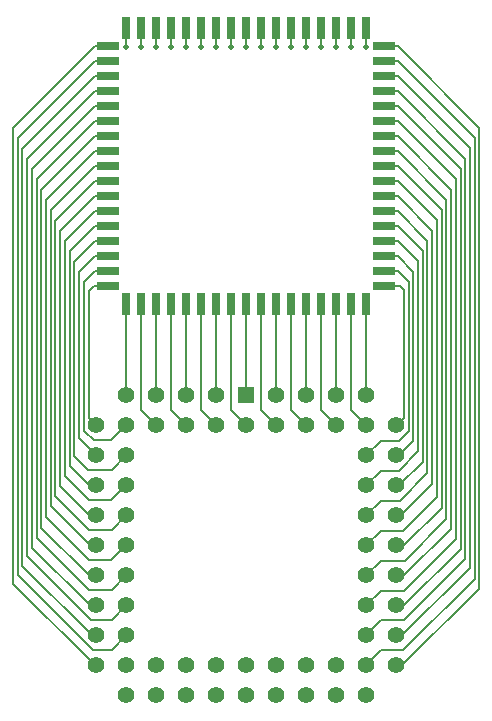
<source format=gbr>
%TF.GenerationSoftware,KiCad,Pcbnew,(5.1.6)-1*%
%TF.CreationDate,2023-06-21T17:15:11-04:00*%
%TF.ProjectId,PLCC68-to-PGA,504c4343-3638-42d7-946f-2d5047412e6b,rev?*%
%TF.SameCoordinates,Original*%
%TF.FileFunction,Copper,L2,Bot*%
%TF.FilePolarity,Positive*%
%FSLAX46Y46*%
G04 Gerber Fmt 4.6, Leading zero omitted, Abs format (unit mm)*
G04 Created by KiCad (PCBNEW (5.1.6)-1) date 2023-06-21 17:15:11*
%MOMM*%
%LPD*%
G01*
G04 APERTURE LIST*
%TA.AperFunction,SMDPad,CuDef*%
%ADD10R,0.700000X1.925000*%
%TD*%
%TA.AperFunction,SMDPad,CuDef*%
%ADD11R,1.925000X0.700000*%
%TD*%
%TA.AperFunction,ComponentPad*%
%ADD12C,1.422400*%
%TD*%
%TA.AperFunction,ComponentPad*%
%ADD13R,1.422400X1.422400*%
%TD*%
%TA.AperFunction,ViaPad*%
%ADD14C,0.500000*%
%TD*%
%TA.AperFunction,Conductor*%
%ADD15C,0.200000*%
%TD*%
G04 APERTURE END LIST*
D10*
%TO.P,U1,1*%
%TO.N,/1*%
X175889920Y-99698740D03*
%TO.P,U1,2*%
%TO.N,/2*%
X174619920Y-99698740D03*
%TO.P,U1,3*%
%TO.N,/3*%
X173349920Y-99698740D03*
%TO.P,U1,4*%
%TO.N,/4*%
X172079920Y-99698740D03*
%TO.P,U1,5*%
%TO.N,/5*%
X170809920Y-99698740D03*
%TO.P,U1,6*%
%TO.N,/6*%
X169539920Y-99698740D03*
%TO.P,U1,7*%
%TO.N,/7*%
X168269920Y-99698740D03*
%TO.P,U1,8*%
%TO.N,/8*%
X166999920Y-99698740D03*
%TO.P,U1,9*%
%TO.N,/9*%
X165729920Y-99698740D03*
%TO.P,U1,68*%
%TO.N,/68*%
X177159920Y-99698740D03*
%TO.P,U1,67*%
%TO.N,/67*%
X178429920Y-99698740D03*
%TO.P,U1,66*%
%TO.N,/66*%
X179699920Y-99698740D03*
%TO.P,U1,65*%
%TO.N,/65*%
X180969920Y-99698740D03*
%TO.P,U1,64*%
%TO.N,/64*%
X182239920Y-99698740D03*
%TO.P,U1,63*%
%TO.N,/63*%
X183509920Y-99698740D03*
%TO.P,U1,62*%
%TO.N,/62*%
X184779920Y-99698740D03*
%TO.P,U1,61*%
%TO.N,/61*%
X186049920Y-99698740D03*
D11*
%TO.P,U1,10*%
%TO.N,/10*%
X164217420Y-98186240D03*
%TO.P,U1,11*%
%TO.N,/11*%
X164217420Y-96916240D03*
%TO.P,U1,12*%
%TO.N,/12*%
X164217420Y-95646240D03*
%TO.P,U1,13*%
%TO.N,/13*%
X164217420Y-94376240D03*
%TO.P,U1,14*%
%TO.N,/14*%
X164217420Y-93106240D03*
%TO.P,U1,15*%
%TO.N,/15*%
X164217420Y-91836240D03*
%TO.P,U1,16*%
%TO.N,/16*%
X164217420Y-90566240D03*
%TO.P,U1,17*%
%TO.N,/17*%
X164217420Y-89296240D03*
%TO.P,U1,18*%
%TO.N,/18*%
X164217420Y-88026240D03*
%TO.P,U1,19*%
%TO.N,/19*%
X164217420Y-86756240D03*
%TO.P,U1,20*%
%TO.N,/20*%
X164217420Y-85486240D03*
%TO.P,U1,21*%
%TO.N,/21*%
X164217420Y-84216240D03*
%TO.P,U1,22*%
%TO.N,/22*%
X164217420Y-82946240D03*
%TO.P,U1,23*%
%TO.N,/23*%
X164217420Y-81676240D03*
%TO.P,U1,24*%
%TO.N,/24*%
X164217420Y-80406240D03*
%TO.P,U1,25*%
%TO.N,/25*%
X164217420Y-79136240D03*
%TO.P,U1,26*%
%TO.N,/26*%
X164217420Y-77866240D03*
D10*
%TO.P,U1,27*%
%TO.N,/27*%
X165729920Y-76353740D03*
%TO.P,U1,28*%
%TO.N,/28*%
X166999920Y-76353740D03*
%TO.P,U1,29*%
%TO.N,/29*%
X168269920Y-76353740D03*
%TO.P,U1,30*%
%TO.N,/30*%
X169539920Y-76353740D03*
%TO.P,U1,31*%
%TO.N,/31*%
X170809920Y-76353740D03*
%TO.P,U1,32*%
%TO.N,/32*%
X172079920Y-76353740D03*
%TO.P,U1,33*%
%TO.N,/33*%
X173349920Y-76353740D03*
%TO.P,U1,34*%
%TO.N,/34*%
X174619920Y-76353740D03*
%TO.P,U1,35*%
%TO.N,/35*%
X175889920Y-76353740D03*
%TO.P,U1,36*%
%TO.N,/36*%
X177159920Y-76353740D03*
%TO.P,U1,37*%
%TO.N,/37*%
X178429920Y-76353740D03*
%TO.P,U1,38*%
%TO.N,/38*%
X179699920Y-76353740D03*
%TO.P,U1,39*%
%TO.N,/39*%
X180969920Y-76353740D03*
%TO.P,U1,40*%
%TO.N,/40*%
X182239920Y-76353740D03*
%TO.P,U1,41*%
%TO.N,/41*%
X183509920Y-76353740D03*
%TO.P,U1,42*%
%TO.N,/42*%
X184779920Y-76353740D03*
%TO.P,U1,43*%
%TO.N,/43*%
X186049920Y-76353740D03*
D11*
%TO.P,U1,44*%
%TO.N,/44*%
X187562420Y-77866240D03*
%TO.P,U1,45*%
%TO.N,/45*%
X187562420Y-79136240D03*
%TO.P,U1,46*%
%TO.N,/46*%
X187562420Y-80406240D03*
%TO.P,U1,47*%
%TO.N,/47*%
X187562420Y-81676240D03*
%TO.P,U1,48*%
%TO.N,/48*%
X187562420Y-82946240D03*
%TO.P,U1,49*%
%TO.N,/49*%
X187562420Y-84216240D03*
%TO.P,U1,50*%
%TO.N,/50*%
X187562420Y-85486240D03*
%TO.P,U1,51*%
%TO.N,/51*%
X187562420Y-86756240D03*
%TO.P,U1,52*%
%TO.N,/52*%
X187562420Y-88026240D03*
%TO.P,U1,53*%
%TO.N,/53*%
X187562420Y-89296240D03*
%TO.P,U1,54*%
%TO.N,/54*%
X187562420Y-90566240D03*
%TO.P,U1,55*%
%TO.N,/55*%
X187562420Y-91836240D03*
%TO.P,U1,56*%
%TO.N,/56*%
X187562420Y-93106240D03*
%TO.P,U1,57*%
%TO.N,/57*%
X187562420Y-94376240D03*
%TO.P,U1,58*%
%TO.N,/58*%
X187562420Y-95646240D03*
%TO.P,U1,59*%
%TO.N,/59*%
X187562420Y-96916240D03*
%TO.P,U1,60*%
%TO.N,/60*%
X187562420Y-98186240D03*
%TD*%
D12*
%TO.P,U2,2*%
%TO.N,/2*%
X175900080Y-109961680D03*
%TO.P,U2,4*%
%TO.N,/4*%
X173360080Y-109961680D03*
%TO.P,U2,6*%
%TO.N,/6*%
X170820080Y-109961680D03*
%TO.P,U2,8*%
%TO.N,/8*%
X168280080Y-109961680D03*
%TO.P,U2,68*%
%TO.N,/68*%
X178440080Y-109961680D03*
%TO.P,U2,66*%
%TO.N,/66*%
X180980080Y-109961680D03*
%TO.P,U2,64*%
%TO.N,/64*%
X183520080Y-109961680D03*
%TO.P,U2,62*%
%TO.N,/62*%
X186060080Y-109961680D03*
D13*
%TO.P,U2,1*%
%TO.N,/1*%
X175900080Y-107421680D03*
D12*
%TO.P,U2,3*%
%TO.N,/3*%
X173360080Y-107421680D03*
%TO.P,U2,5*%
%TO.N,/5*%
X170820080Y-107421680D03*
%TO.P,U2,7*%
%TO.N,/7*%
X168280080Y-107421680D03*
%TO.P,U2,9*%
%TO.N,/9*%
X165740080Y-107421680D03*
%TO.P,U2,67*%
%TO.N,/67*%
X178440080Y-107421680D03*
%TO.P,U2,65*%
%TO.N,/65*%
X180980080Y-107421680D03*
%TO.P,U2,63*%
%TO.N,/63*%
X183520080Y-107421680D03*
%TO.P,U2,11*%
%TO.N,/11*%
X165740080Y-109961680D03*
%TO.P,U2,13*%
%TO.N,/13*%
X165740080Y-112501680D03*
%TO.P,U2,15*%
%TO.N,/15*%
X165740080Y-115041680D03*
%TO.P,U2,17*%
%TO.N,/17*%
X165740080Y-117581680D03*
%TO.P,U2,19*%
%TO.N,/19*%
X165740080Y-120121680D03*
%TO.P,U2,21*%
%TO.N,/21*%
X165740080Y-122661680D03*
%TO.P,U2,23*%
%TO.N,/23*%
X165740080Y-125201680D03*
%TO.P,U2,25*%
%TO.N,/25*%
X165740080Y-127741680D03*
%TO.P,U2,10*%
%TO.N,/10*%
X163200080Y-109961680D03*
%TO.P,U2,12*%
%TO.N,/12*%
X163200080Y-112501680D03*
%TO.P,U2,14*%
%TO.N,/14*%
X163200080Y-115041680D03*
%TO.P,U2,16*%
%TO.N,/16*%
X163200080Y-117581680D03*
%TO.P,U2,18*%
%TO.N,/18*%
X163200080Y-120121680D03*
%TO.P,U2,20*%
%TO.N,/20*%
X163200080Y-122661680D03*
%TO.P,U2,22*%
%TO.N,/22*%
X163200080Y-125201680D03*
%TO.P,U2,24*%
%TO.N,/24*%
X163200080Y-127741680D03*
%TO.P,U2,26*%
%TO.N,/26*%
X163200080Y-130281680D03*
%TO.P,U2,28*%
%TO.N,/28*%
X165740080Y-130281680D03*
%TO.P,U2,30*%
%TO.N,/30*%
X168280080Y-130281680D03*
%TO.P,U2,32*%
%TO.N,/32*%
X170820080Y-130281680D03*
%TO.P,U2,34*%
%TO.N,/34*%
X173360080Y-130281680D03*
%TO.P,U2,36*%
%TO.N,/36*%
X175900080Y-130281680D03*
%TO.P,U2,38*%
%TO.N,/38*%
X178440080Y-130281680D03*
%TO.P,U2,40*%
%TO.N,/40*%
X180980080Y-130281680D03*
%TO.P,U2,42*%
%TO.N,/42*%
X183520080Y-130281680D03*
%TO.P,U2,44*%
%TO.N,/44*%
X188600080Y-130281680D03*
%TO.P,U2,27*%
%TO.N,/27*%
X165740080Y-132821680D03*
%TO.P,U2,29*%
%TO.N,/29*%
X168280080Y-132821680D03*
%TO.P,U2,31*%
%TO.N,/31*%
X170820080Y-132821680D03*
%TO.P,U2,33*%
%TO.N,/33*%
X173360080Y-132821680D03*
%TO.P,U2,35*%
%TO.N,/35*%
X175900080Y-132821680D03*
%TO.P,U2,37*%
%TO.N,/37*%
X178440080Y-132821680D03*
%TO.P,U2,39*%
%TO.N,/39*%
X180980080Y-132821680D03*
%TO.P,U2,41*%
%TO.N,/41*%
X183520080Y-132821680D03*
%TO.P,U2,43*%
%TO.N,/43*%
X186060080Y-132821680D03*
%TO.P,U2,45*%
%TO.N,/45*%
X186060080Y-130281680D03*
%TO.P,U2,47*%
%TO.N,/47*%
X186060080Y-127741680D03*
%TO.P,U2,49*%
%TO.N,/49*%
X186060080Y-125201680D03*
%TO.P,U2,51*%
%TO.N,/51*%
X186060080Y-122661680D03*
%TO.P,U2,53*%
%TO.N,/53*%
X186060080Y-120121680D03*
%TO.P,U2,55*%
%TO.N,/55*%
X186060080Y-117581680D03*
%TO.P,U2,57*%
%TO.N,/57*%
X186060080Y-115041680D03*
%TO.P,U2,59*%
%TO.N,/59*%
X186060080Y-112501680D03*
%TO.P,U2,61*%
%TO.N,/61*%
X186060080Y-107421680D03*
%TO.P,U2,46*%
%TO.N,/46*%
X188600080Y-127741680D03*
%TO.P,U2,48*%
%TO.N,/48*%
X188600080Y-125201680D03*
%TO.P,U2,50*%
%TO.N,/50*%
X188600080Y-122661680D03*
%TO.P,U2,52*%
%TO.N,/52*%
X188600080Y-120121680D03*
%TO.P,U2,54*%
%TO.N,/54*%
X188600080Y-117581680D03*
%TO.P,U2,56*%
%TO.N,/56*%
X188600080Y-115041680D03*
%TO.P,U2,58*%
%TO.N,/58*%
X188600080Y-112501680D03*
%TO.P,U2,60*%
%TO.N,/60*%
X188600080Y-109961680D03*
%TD*%
D14*
%TO.N,/27*%
X165735000Y-77962760D03*
%TO.N,/28*%
X167005000Y-77947520D03*
%TO.N,/29*%
X168269920Y-77927200D03*
%TO.N,/30*%
X169539920Y-77917040D03*
%TO.N,/31*%
X170809920Y-77906880D03*
%TO.N,/32*%
X172079920Y-77917040D03*
%TO.N,/33*%
X173349920Y-77906880D03*
%TO.N,/34*%
X174619920Y-77896720D03*
%TO.N,/35*%
X175889920Y-77901800D03*
%TO.N,/36*%
X177159920Y-77896720D03*
%TO.N,/37*%
X178429920Y-77901800D03*
%TO.N,/38*%
X179694840Y-77896720D03*
%TO.N,/39*%
X180964840Y-77886560D03*
%TO.N,/40*%
X182239920Y-77891640D03*
%TO.N,/41*%
X183515000Y-77881480D03*
%TO.N,/42*%
X184779920Y-77901800D03*
%TO.N,/43*%
X186049920Y-77891640D03*
%TD*%
D15*
%TO.N,/1*%
X175889920Y-107411520D02*
X175900080Y-107421680D01*
X175889920Y-99698740D02*
X175889920Y-107411520D01*
%TO.N,/2*%
X174619920Y-108681520D02*
X175900080Y-109961680D01*
X174619920Y-99698740D02*
X174619920Y-108681520D01*
%TO.N,/3*%
X173349920Y-107411520D02*
X173360080Y-107421680D01*
X173349920Y-99698740D02*
X173349920Y-107411520D01*
%TO.N,/4*%
X172079920Y-108681520D02*
X173360080Y-109961680D01*
X172079920Y-99698740D02*
X172079920Y-108681520D01*
%TO.N,/5*%
X170809920Y-107411520D02*
X170820080Y-107421680D01*
X170809920Y-99698740D02*
X170809920Y-107411520D01*
%TO.N,/6*%
X169539920Y-108681520D02*
X170820080Y-109961680D01*
X169539920Y-99698740D02*
X169539920Y-108681520D01*
%TO.N,/7*%
X168269920Y-107411520D02*
X168280080Y-107421680D01*
X168269920Y-99698740D02*
X168269920Y-107411520D01*
%TO.N,/8*%
X166999920Y-108681520D02*
X168280080Y-109961680D01*
X166999920Y-99698740D02*
X166999920Y-108681520D01*
%TO.N,/9*%
X165729920Y-107411520D02*
X165740080Y-107421680D01*
X165729920Y-99698740D02*
X165729920Y-107411520D01*
%TO.N,/68*%
X177159920Y-108681520D02*
X178440080Y-109961680D01*
X177159920Y-99698740D02*
X177159920Y-108681520D01*
%TO.N,/67*%
X178429920Y-107411520D02*
X178440080Y-107421680D01*
X178429920Y-99698740D02*
X178429920Y-107411520D01*
%TO.N,/66*%
X179699920Y-108681520D02*
X180980080Y-109961680D01*
X179699920Y-99698740D02*
X179699920Y-108681520D01*
%TO.N,/65*%
X180969920Y-107411520D02*
X180980080Y-107421680D01*
X180969920Y-99698740D02*
X180969920Y-107411520D01*
%TO.N,/64*%
X182239920Y-108681520D02*
X183520080Y-109961680D01*
X182239920Y-99698740D02*
X182239920Y-108681520D01*
%TO.N,/63*%
X183509920Y-107411520D02*
X183520080Y-107421680D01*
X183509920Y-99698740D02*
X183509920Y-107411520D01*
%TO.N,/62*%
X184779920Y-108681520D02*
X186060080Y-109961680D01*
X184779920Y-99698740D02*
X184779920Y-108681520D01*
%TO.N,/61*%
X186049920Y-107411520D02*
X186060080Y-107421680D01*
X186049920Y-99698740D02*
X186049920Y-107411520D01*
%TO.N,/10*%
X162966400Y-98186240D02*
X162565080Y-98587560D01*
X162565080Y-98587560D02*
X162565080Y-109326680D01*
X162565080Y-109326680D02*
X163200080Y-109961680D01*
X164217420Y-98186240D02*
X162966400Y-98186240D01*
%TO.N,/11*%
X164480240Y-111221520D02*
X165740080Y-109961680D01*
X163054920Y-96916240D02*
X162165069Y-97806091D01*
X162165069Y-110423247D02*
X162963342Y-111221520D01*
X162165069Y-97806091D02*
X162165069Y-110423247D01*
X164217420Y-96916240D02*
X163054920Y-96916240D01*
X162963342Y-111221520D02*
X164480240Y-111221520D01*
%TO.N,/12*%
X163054920Y-95646240D02*
X161733954Y-96967206D01*
X161733954Y-111035554D02*
X163200080Y-112501680D01*
X161733954Y-96967206D02*
X161733954Y-111035554D01*
X164217420Y-95646240D02*
X163054920Y-95646240D01*
%TO.N,/13*%
X164505640Y-113736120D02*
X165740080Y-112501680D01*
X164217420Y-94376240D02*
X163054920Y-94376240D01*
X161333943Y-112560863D02*
X162509200Y-113736120D01*
X162509200Y-113736120D02*
X164505640Y-113736120D01*
X163054920Y-94376240D02*
X161333943Y-96097217D01*
X161333943Y-96097217D02*
X161333943Y-112560863D01*
%TO.N,/14*%
X160933932Y-113395292D02*
X162580320Y-115041680D01*
X160933932Y-95227228D02*
X160933932Y-113395292D01*
X162580320Y-115041680D02*
X163200080Y-115041680D01*
X164217420Y-93106240D02*
X163054920Y-93106240D01*
X163054920Y-93106240D02*
X160933932Y-95227228D01*
%TO.N,/15*%
X164465000Y-116316760D02*
X165740080Y-115041680D01*
X160533921Y-114275441D02*
X162575240Y-116316760D01*
X164217420Y-91836240D02*
X163054920Y-91836240D01*
X163054920Y-91836240D02*
X160533921Y-94357239D01*
X160533921Y-94357239D02*
X160533921Y-114275441D01*
X162575240Y-116316760D02*
X164465000Y-116316760D01*
%TO.N,/16*%
X160133910Y-115130190D02*
X162585400Y-117581680D01*
X162585400Y-117581680D02*
X163200080Y-117581680D01*
X160133910Y-93487250D02*
X160133910Y-115130190D01*
X164217420Y-90566240D02*
X163054920Y-90566240D01*
X163054920Y-90566240D02*
X160133910Y-93487250D01*
%TO.N,/17*%
X164515800Y-118805960D02*
X165740080Y-117581680D01*
X163054920Y-89296240D02*
X159733899Y-92617261D01*
X159733899Y-115964619D02*
X162575240Y-118805960D01*
X164217420Y-89296240D02*
X163054920Y-89296240D01*
X159733899Y-92617261D02*
X159733899Y-115964619D01*
X162575240Y-118805960D02*
X164515800Y-118805960D01*
%TO.N,/18*%
X159333888Y-91747272D02*
X159333888Y-116799048D01*
X164217420Y-88026240D02*
X163054920Y-88026240D01*
X162656520Y-120121680D02*
X163200080Y-120121680D01*
X159333888Y-116799048D02*
X162656520Y-120121680D01*
X163054920Y-88026240D02*
X159333888Y-91747272D01*
%TO.N,/19*%
X163054920Y-86756240D02*
X158933877Y-90877283D01*
X164217420Y-86756240D02*
X163054920Y-86756240D01*
X164475160Y-121386600D02*
X165740080Y-120121680D01*
X158933877Y-117745237D02*
X162575240Y-121386600D01*
X158933877Y-90877283D02*
X158933877Y-117745237D01*
X162575240Y-121386600D02*
X164475160Y-121386600D01*
%TO.N,/20*%
X158533866Y-118625386D02*
X162570160Y-122661680D01*
X158533866Y-90007294D02*
X158533866Y-118625386D01*
X164217420Y-85486240D02*
X163054920Y-85486240D01*
X162570160Y-122661680D02*
X163200080Y-122661680D01*
X163054920Y-85486240D02*
X158533866Y-90007294D01*
%TO.N,/21*%
X164505640Y-123896120D02*
X165740080Y-122661680D01*
X163054920Y-84216240D02*
X158133855Y-89137305D01*
X164217420Y-84216240D02*
X163054920Y-84216240D01*
X158133855Y-89137305D02*
X158133855Y-119454735D01*
X158133855Y-119454735D02*
X162575240Y-123896120D01*
X162575240Y-123896120D02*
X164505640Y-123896120D01*
%TO.N,/22*%
X157733844Y-120314564D02*
X162620960Y-125201680D01*
X162620960Y-125201680D02*
X163200080Y-125201680D01*
X157733844Y-88267316D02*
X157733844Y-120314564D01*
X164217420Y-82946240D02*
X163054920Y-82946240D01*
X163054920Y-82946240D02*
X157733844Y-88267316D01*
%TO.N,/23*%
X164485320Y-126456440D02*
X165740080Y-125201680D01*
X163054920Y-81676240D02*
X157333833Y-87397327D01*
X164217420Y-81676240D02*
X163054920Y-81676240D01*
X157333833Y-121027073D02*
X162763200Y-126456440D01*
X157333833Y-87397327D02*
X157333833Y-121027073D01*
X162763200Y-126456440D02*
X164485320Y-126456440D01*
%TO.N,/24*%
X156933822Y-121836102D02*
X162839400Y-127741680D01*
X162839400Y-127741680D02*
X163200080Y-127741680D01*
X156933822Y-86527338D02*
X156933822Y-121836102D01*
X164217420Y-80406240D02*
X163054920Y-80406240D01*
X163054920Y-80406240D02*
X156933822Y-86527338D01*
%TO.N,/25*%
X163054920Y-79136240D02*
X156533811Y-85657349D01*
X164490400Y-128991360D02*
X165740080Y-127741680D01*
X164217420Y-79136240D02*
X163054920Y-79136240D01*
X162900360Y-128991360D02*
X164490400Y-128991360D01*
X156533811Y-85657349D02*
X156533811Y-122624811D01*
X156533811Y-122624811D02*
X162900360Y-128991360D01*
%TO.N,/26*%
X156133800Y-123362720D02*
X163052760Y-130281680D01*
X163052760Y-130281680D02*
X163200080Y-130281680D01*
X156133800Y-84787360D02*
X156133800Y-123362720D01*
X164217420Y-77866240D02*
X163054920Y-77866240D01*
X163054920Y-77866240D02*
X156133800Y-84787360D01*
%TO.N,/27*%
X165735000Y-76358820D02*
X165729920Y-76353740D01*
X165735000Y-77962760D02*
X165735000Y-76358820D01*
%TO.N,/28*%
X167005000Y-76358820D02*
X166999920Y-76353740D01*
X167005000Y-77947520D02*
X167005000Y-76358820D01*
%TO.N,/29*%
X168269920Y-77927200D02*
X168269920Y-76353740D01*
%TO.N,/30*%
X169539920Y-77917040D02*
X169539920Y-76353740D01*
%TO.N,/31*%
X170809920Y-77906880D02*
X170809920Y-76353740D01*
%TO.N,/32*%
X172079920Y-77917040D02*
X172079920Y-76353740D01*
%TO.N,/33*%
X173349920Y-77906880D02*
X173349920Y-76353740D01*
%TO.N,/34*%
X174619920Y-77896720D02*
X174619920Y-76353740D01*
%TO.N,/35*%
X175889920Y-77901800D02*
X175889920Y-76353740D01*
%TO.N,/36*%
X177159920Y-77896720D02*
X177159920Y-76353740D01*
%TO.N,/37*%
X178429920Y-77901800D02*
X178429920Y-76353740D01*
%TO.N,/38*%
X179694840Y-76358820D02*
X179699920Y-76353740D01*
X179694840Y-77896720D02*
X179694840Y-76358820D01*
%TO.N,/39*%
X180964840Y-76358820D02*
X180969920Y-76353740D01*
X180964840Y-77886560D02*
X180964840Y-76358820D01*
%TO.N,/40*%
X182239920Y-77891640D02*
X182239920Y-76353740D01*
%TO.N,/41*%
X183515000Y-76358820D02*
X183509920Y-76353740D01*
X183515000Y-77881480D02*
X183515000Y-76358820D01*
%TO.N,/42*%
X184779920Y-77901800D02*
X184779920Y-76353740D01*
%TO.N,/43*%
X186049920Y-77891640D02*
X186049920Y-76353740D01*
%TO.N,/44*%
X189118240Y-130281680D02*
X188600080Y-130281680D01*
X195630800Y-123769120D02*
X189118240Y-130281680D01*
X195630800Y-84772120D02*
X195630800Y-123769120D01*
X187562420Y-77866240D02*
X188724920Y-77866240D01*
X188724920Y-77866240D02*
X195630800Y-84772120D01*
%TO.N,/45*%
X187330080Y-129011680D02*
X186060080Y-130281680D01*
X187562420Y-79136240D02*
X188724920Y-79136240D01*
X195230789Y-85642109D02*
X195230789Y-122936220D01*
X188724920Y-79136240D02*
X195230789Y-85642109D01*
X195230789Y-122936220D02*
X189155329Y-129011680D01*
X189155329Y-129011680D02*
X187330080Y-129011680D01*
%TO.N,/46*%
X194830778Y-122013902D02*
X189103000Y-127741680D01*
X194830778Y-86512098D02*
X194830778Y-122013902D01*
X189103000Y-127741680D02*
X188600080Y-127741680D01*
X187562420Y-80406240D02*
X188724920Y-80406240D01*
X188724920Y-80406240D02*
X194830778Y-86512098D01*
%TO.N,/47*%
X187335160Y-126466600D02*
X186060080Y-127741680D01*
X188724920Y-81676240D02*
X194430767Y-87382087D01*
X189230000Y-126466600D02*
X187335160Y-126466600D01*
X194430767Y-121265833D02*
X189230000Y-126466600D01*
X187562420Y-81676240D02*
X188724920Y-81676240D01*
X194430767Y-87382087D02*
X194430767Y-121265833D01*
%TO.N,/48*%
X189224920Y-125201680D02*
X188600080Y-125201680D01*
X194030756Y-120395844D02*
X189224920Y-125201680D01*
X194030756Y-88252076D02*
X194030756Y-120395844D01*
X187562420Y-82946240D02*
X188724920Y-82946240D01*
X188724920Y-82946240D02*
X194030756Y-88252076D01*
%TO.N,/49*%
X187274200Y-123987560D02*
X186060080Y-125201680D01*
X188724920Y-84216240D02*
X193630745Y-89122065D01*
X187562420Y-84216240D02*
X188724920Y-84216240D01*
X189204600Y-123987560D02*
X187274200Y-123987560D01*
X193630745Y-89122065D02*
X193630745Y-119561415D01*
X193630745Y-119561415D02*
X189204600Y-123987560D01*
%TO.N,/50*%
X189265560Y-122661680D02*
X188600080Y-122661680D01*
X193230734Y-118696506D02*
X189265560Y-122661680D01*
X187562420Y-85486240D02*
X188724920Y-85486240D01*
X193230734Y-89992054D02*
X193230734Y-118696506D01*
X188724920Y-85486240D02*
X193230734Y-89992054D01*
%TO.N,/51*%
X187309760Y-121412000D02*
X186060080Y-122661680D01*
X187562420Y-86756240D02*
X188724920Y-86756240D01*
X192830723Y-90862043D02*
X192830723Y-117892557D01*
X189311280Y-121412000D02*
X187309760Y-121412000D01*
X188724920Y-86756240D02*
X192830723Y-90862043D01*
X192830723Y-117892557D02*
X189311280Y-121412000D01*
%TO.N,/52*%
X189250320Y-120121680D02*
X188600080Y-120121680D01*
X192430712Y-91732032D02*
X192430712Y-116941288D01*
X192430712Y-116941288D02*
X189250320Y-120121680D01*
X187562420Y-88026240D02*
X188724920Y-88026240D01*
X188724920Y-88026240D02*
X192430712Y-91732032D01*
%TO.N,/53*%
X187284360Y-118897400D02*
X186060080Y-120121680D01*
X188724920Y-89296240D02*
X192030701Y-92602021D01*
X187562420Y-89296240D02*
X188724920Y-89296240D01*
X192030701Y-116000179D02*
X189133480Y-118897400D01*
X192030701Y-92602021D02*
X192030701Y-116000179D01*
X189133480Y-118897400D02*
X187284360Y-118897400D01*
%TO.N,/54*%
X188955680Y-117581680D02*
X188600080Y-117581680D01*
X191630690Y-114906670D02*
X188955680Y-117581680D01*
X191630690Y-93472010D02*
X191630690Y-114906670D01*
X187562420Y-90566240D02*
X188724920Y-90566240D01*
X188724920Y-90566240D02*
X191630690Y-93472010D01*
%TO.N,/55*%
X187289440Y-116352320D02*
X186060080Y-117581680D01*
X188724920Y-91836240D02*
X191230679Y-94341999D01*
X187562420Y-91836240D02*
X188724920Y-91836240D01*
X188879480Y-116352320D02*
X187289440Y-116352320D01*
X191230679Y-94341999D02*
X191230679Y-114001121D01*
X191230679Y-114001121D02*
X188879480Y-116352320D01*
%TO.N,/56*%
X190830668Y-113054932D02*
X188843920Y-115041680D01*
X190830668Y-95211988D02*
X190830668Y-113054932D01*
X187562420Y-93106240D02*
X188724920Y-93106240D01*
X188843920Y-115041680D02*
X188600080Y-115041680D01*
X188724920Y-93106240D02*
X190830668Y-95211988D01*
%TO.N,/57*%
X187294520Y-113807240D02*
X186060080Y-115041680D01*
X188724920Y-94376240D02*
X190430657Y-96081977D01*
X187562420Y-94376240D02*
X188724920Y-94376240D01*
X190430657Y-112167681D02*
X188791098Y-113807240D01*
X190430657Y-96081977D02*
X190430657Y-112167681D01*
X188791098Y-113807240D02*
X187294520Y-113807240D01*
%TO.N,/58*%
X190030646Y-111284474D02*
X188813440Y-112501680D01*
X190030646Y-96951966D02*
X190030646Y-111284474D01*
X188813440Y-112501680D02*
X188600080Y-112501680D01*
X187562420Y-95646240D02*
X188724920Y-95646240D01*
X188724920Y-95646240D02*
X190030646Y-96951966D01*
%TO.N,/59*%
X187299600Y-111262160D02*
X186060080Y-112501680D01*
X188724920Y-96916240D02*
X189630011Y-97821331D01*
X187562420Y-96916240D02*
X188724920Y-96916240D01*
X189630011Y-97821331D02*
X189630011Y-110428327D01*
X189630011Y-110428327D02*
X188796178Y-111262160D01*
X188796178Y-111262160D02*
X187299600Y-111262160D01*
%TO.N,/60*%
X189230000Y-98475800D02*
X189230000Y-109331760D01*
X188940440Y-98186240D02*
X189230000Y-98475800D01*
X187562420Y-98186240D02*
X188940440Y-98186240D01*
X189230000Y-109331760D02*
X188600080Y-109961680D01*
%TD*%
M02*

</source>
